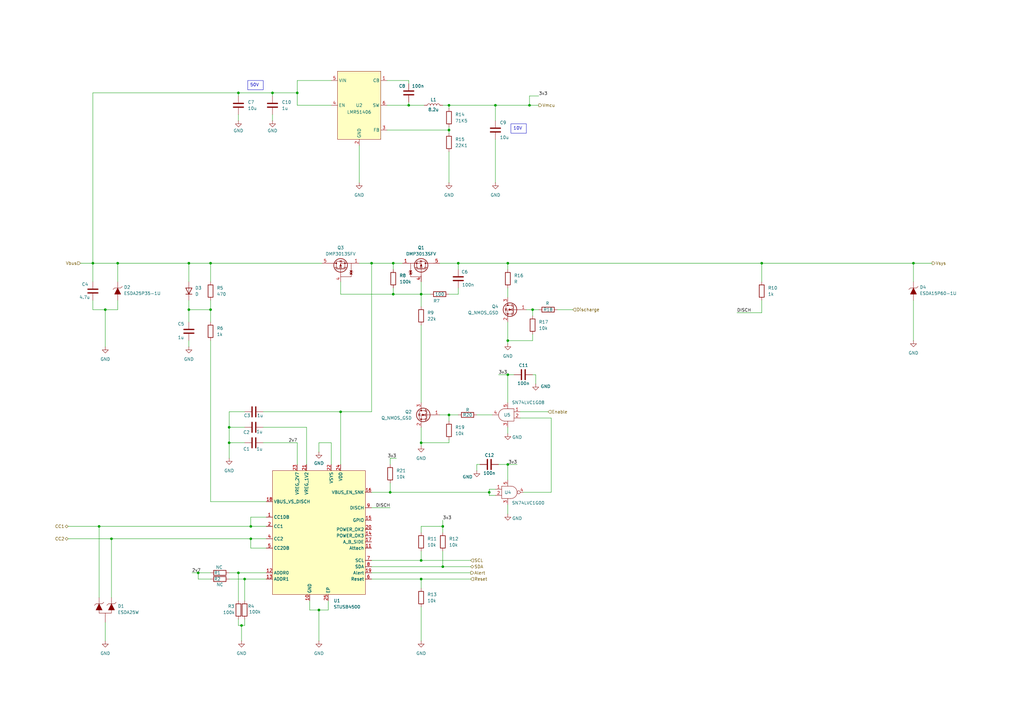
<source format=kicad_sch>
(kicad_sch (version 20250114) (generator "eeschema") (generator_version "9.0")
  (paper "A3")
  (lib_symbols
    (symbol "Device:C" (pin_numbers (hide yes)) (pin_names (offset 0.254))
      (property "Reference" "C" (at 0.635 2.54 0))
      (property "Value" "C" (at 0.635 -2.54 0))
      (symbol "C_0_1"
        (polyline (pts (xy -2.032 0.762) (xy 2.032 0.762)) (stroke (width 0.508)))
        (polyline (pts (xy -2.032 -0.762) (xy 2.032 -0.762)) (stroke (width 0.508)))
      )
      (symbol "C_1_1"
        (pin passive line (at 0 3.81 270) (length 2.794) (name "~") (number "1"))
        (pin passive line (at 0 -3.81 90) (length 2.794) (name "~") (number "2"))
      )
    )
    (symbol "Device:D" (pin_numbers (hide yes)) (pin_names (offset 1.016) (hide yes))
      (property "Reference" "D" (at 0 2.54 0))
      (property "Value" "D" (at 0 -2.54 0))
      (symbol "D_0_1"
        (polyline (pts (xy -1.27 1.27) (xy -1.27 -1.27)) (stroke (width 0.254)))
        (polyline (pts (xy 1.27 1.27) (xy 1.27 -1.27) (xy -1.27 0) (xy 1.27 1.27)) (stroke (width 0.254)))
        (polyline (pts (xy 1.27 0) (xy -1.27 0)))
      )
      (symbol "D_1_1"
        (pin passive line (at -3.81 0 0) (length 2.54) (name "K") (number "1"))
        (pin passive line (at 3.81 0 180) (length 2.54) (name "A") (number "2"))
      )
    )
    (symbol "Device:L" (pin_numbers (hide yes)) (pin_names (offset 1.016) (hide yes))
      (property "Reference" "L" (at -1.27 0 90))
      (property "Value" "L" (at 1.905 0 90))
      (symbol "L_0_1"
        (arc (start 0 2.54) (mid 0.6323 1.905) (end 0 1.27))
        (arc (start 0 1.27) (mid 0.6323 0.635) (end 0 0))
        (arc (start 0 0) (mid 0.6323 -0.635) (end 0 -1.27))
        (arc (start 0 -1.27) (mid 0.6323 -1.905) (end 0 -2.54))
      )
      (symbol "L_1_1"
        (pin passive line (at 0 3.81 270) (length 1.27) (name "1") (number "1"))
        (pin passive line (at 0 -3.81 90) (length 1.27) (name "2") (number "2"))
      )
    )
    (symbol "Device:Q_NMOS_GSD" (pin_names (offset 0) (hide yes))
      (property "Reference" "Q" (at 5.08 1.27 0))
      (property "Value" "Q_NMOS_GSD" (at 5.08 -1.27 0))
      (symbol "Q_NMOS_GSD_0_1"
        (polyline (pts (xy 0.254 1.905) (xy 0.254 -1.905)) (stroke (width 0.254)))
        (polyline (pts (xy 0.254 0) (xy -2.54 0)))
        (polyline (pts (xy 0.762 2.286) (xy 0.762 1.27)) (stroke (width 0.254)))
        (polyline (pts (xy 0.762 0.508) (xy 0.762 -0.508)) (stroke (width 0.254)))
        (polyline (pts (xy 0.762 -1.27) (xy 0.762 -2.286)) (stroke (width 0.254)))
        (polyline (pts (xy 0.762 -1.778) (xy 3.302 -1.778) (xy 3.302 1.778) (xy 0.762 1.778)))
        (polyline (pts (xy 1.016 0) (xy 2.032 0.381) (xy 2.032 -0.381) (xy 1.016 0)) (fill (type outline)))
        (circle (center 1.651 0) (radius 2.794) (stroke (width 0.254)))
        (polyline (pts (xy 2.54 2.54) (xy 2.54 1.778)))
        (circle (center 2.54 1.778) (radius 0.254) (fill (type outline)))
        (circle (center 2.54 -1.778) (radius 0.254) (fill (type outline)))
        (polyline (pts (xy 2.54 -2.54) (xy 2.54 0) (xy 0.762 0)))
        (polyline (pts (xy 2.794 0.508) (xy 2.921 0.381) (xy 3.683 0.381) (xy 3.81 0.254)))
        (polyline (pts (xy 3.302 0.381) (xy 2.921 -0.254) (xy 3.683 -0.254) (xy 3.302 0.381)))
      )
      (symbol "Q_NMOS_GSD_1_1"
        (pin input line (at -5.08 0 0) (length 2.54) (name "G") (number "1"))
        (pin passive line (at 2.54 5.08 270) (length 2.54) (name "D") (number "3"))
        (pin passive line (at 2.54 -5.08 90) (length 2.54) (name "S") (number "2"))
      )
    )
    (symbol "Device:R" (pin_numbers (hide yes)) (pin_names (offset 0))
      (property "Reference" "R" (at 2.032 0 90))
      (property "Value" "R" (at 0 0 90))
      (symbol "R_0_1"
        (rectangle (start -1.016 -2.54) (end 1.016 2.54) (stroke (width 0.254)))
      )
      (symbol "R_1_1"
        (pin passive line (at 0 3.81 270) (length 1.27) (name "~") (number "1"))
        (pin passive line (at 0 -3.81 90) (length 1.27) (name "~") (number "2"))
      )
    )
    (symbol "Pyllr_74xx:SN74LVC1G00"
      (property "Reference" "U" (at 0 0 0))
      (property "Value" "SN74LVC1G00" (at 8.382 -4.318 0))
      (symbol "SN74LVC1G00_0_1"
        (circle (center -4.445 0) (radius 0.635))
      )
      (symbol "SN74LVC1G00_1_1"
        (arc (start -1.27 -2.54) (mid -3.81 0) (end -1.27 2.54))
        (polyline (pts (xy -1.27 -2.54) (xy 2.54 -2.54) (xy 2.54 2.54) (xy -1.27 2.54)))
        (pin output line (at -6.35 0 0) (length 1.27) (name "~") (number "4"))
        (pin power_in line (at 0 5.08 270) (length 2.54) (name "~") (number "5"))
        (pin power_out line (at 0 -5.08 90) (length 2.54) (name "~") (number "3"))
        (pin input line (at 5.08 1.27 180) (length 2.54) (name "~") (number "1"))
        (pin input line (at 5.08 -1.27 180) (length 2.54) (name "~") (number "2"))
      )
    )
    (symbol "Pyllr_74xx:SN74LVC1G08"
      (property "Reference" "U" (at -0.254 0 0))
      (property "Value" "SN74LVC1G08" (at 8.382 -4.572 0))
      (symbol "SN74LVC1G08_1_1"
        (arc (start -1.27 -2.54) (mid -3.81 0) (end -1.27 2.54))
        (polyline (pts (xy -1.27 -2.54) (xy 2.54 -2.54) (xy 2.54 2.54) (xy -1.27 2.54)))
        (pin output line (at -6.35 0 0) (length 2.54) (name "~") (number "4"))
        (pin power_in line (at 0 5.08 270) (length 2.54) (name "~") (number "5"))
        (pin power_out line (at 0 -5.08 90) (length 2.54) (name "~") (number "3"))
        (pin input line (at 5.08 1.27 180) (length 2.54) (name "~") (number "1"))
        (pin input line (at 5.08 -1.27 180) (length 2.54) (name "~") (number "2"))
      )
    )
    (symbol "Pyllr_Converter_DCDC:LMR51406"
      (property "Reference" "U" (at 0 0 0))
      (property "Value" "LMR51406" (at 0 -2.286 0))
      (symbol "LMR51406_1_1"
        (rectangle (start -8.89 13.97) (end 8.89 -13.97) (fill (type background)))
        (pin power_in line (at -11.43 10.16 0) (length 2.54) (name "VIN") (number "5"))
        (pin input line (at -11.43 0 0) (length 2.54) (name "EN") (number "4"))
        (pin power_out line (at 0 -16.51 90) (length 2.54) (name "GND") (number "2"))
        (pin passive line (at 11.43 10.16 180) (length 2.54) (name "CB") (number "1"))
        (pin power_out line (at 11.43 0 180) (length 2.54) (name "SW") (number "6"))
        (pin passive line (at 11.43 -10.16 180) (length 2.54) (name "FB") (number "3"))
      )
    )
    (symbol "Pyllr_Interface_USB:STUSB4500QTR"
      (property "Reference" "U" (at 0.127 1.905 0))
      (property "Value" "STUSB4500" (at -0.127 -0.381 0))
      (symbol "STUSB4500QTR_1_1"
        (rectangle (start -19.05 25.4) (end 19.05 -25.4) (fill (type background)))
        (pin open_collector line (at -21.59 12.7 0) (length 2.54) (name "VBUS_VS_DISCH") (number "18"))
        (pin bidirectional line (at -21.59 6.35 0) (length 2.54) (name "CC1DB") (number "1"))
        (pin bidirectional line (at -21.59 2.54 0) (length 2.54) (name "CC1") (number "2"))
        (pin bidirectional line (at -21.59 -2.54 0) (length 2.54) (name "CC2") (number "4"))
        (pin bidirectional line (at -21.59 -6.35 0) (length 2.54) (name "CC2DB") (number "5"))
        (pin input line (at -21.59 -16.51 0) (length 2.54) (name "ADDR0") (number "12"))
        (pin input line (at -21.59 -19.05 0) (length 2.54) (name "ADDR1") (number "13"))
        (pin power_out line (at -8.89 27.94 270) (length 2.54) (name "VREG_2V7") (number "23"))
        (pin power_out line (at -5.08 27.94 270) (length 2.54) (name "VREG_1V2") (number "21"))
        (pin power_out line (at -3.81 -27.94 90) (length 2.54) (name "GND") (number "10"))
        (pin no_connect line (at 0 -27.94 90) (length 2.54) (hide yes) (name "NC") (number "3"))
        (pin power_out line (at 3.81 -27.94 90) (length 2.54) (name "EP") (number "25"))
        (pin power_in line (at 5.08 27.94 270) (length 2.54) (name "VSYS") (number "22"))
        (pin power_in line (at 8.89 27.94 270) (length 2.54) (name "VDD") (number "24"))
        (pin open_collector line (at 21.59 16.51 180) (length 2.54) (name "VBUS_EN_SNK") (number "16"))
        (pin open_collector line (at 21.59 10.16 180) (length 2.54) (name "DISCH") (number "9"))
        (pin output line (at 21.59 5.08 180) (length 2.54) (name "GPIO") (number "15"))
        (pin output line (at 21.59 1.27 180) (length 2.54) (name "POWER_OK2") (number "20"))
        (pin output line (at 21.59 -1.27 180) (length 2.54) (name "POWER_OK3") (number "14"))
        (pin output line (at 21.59 -3.81 180) (length 2.54) (name "A_B_SIDE") (number "17"))
        (pin output line (at 21.59 -6.35 180) (length 2.54) (name "Attach") (number "11"))
        (pin input line (at 21.59 -11.43 180) (length 2.54) (name "SCL") (number "7"))
        (pin bidirectional line (at 21.59 -13.97 180) (length 2.54) (name "SDA") (number "8"))
        (pin output line (at 21.59 -16.51 180) (length 2.54) (name "Alert") (number "19"))
        (pin input line (at 21.59 -19.05 180) (length 2.54) (name "Reset") (number "6"))
      )
    )
    (symbol "Pyllr_Power_Protection:ESDA25W" (pin_numbers (hide yes)) (pin_names (hide yes))
      (property "Reference" "D" (at 5.842 -0.127 0))
      (property "Value" "ESDA25W" (at 9.652 -2.286 0))
      (symbol "ESDA25W_0_1"
        (polyline (pts (xy 0 -2.54) (xy 0 -3.81)))
        (polyline (pts (xy 2.54 -1.27) (xy 2.54 -2.54) (xy -2.54 -2.54) (xy -2.54 -1.27)))
      )
      (symbol "ESDA25W_1_1"
        (polyline (pts (xy -3.81 -1.27) (xy -1.27 -1.27) (xy -2.54 1.27) (xy -3.81 -1.27)) (fill (type outline)))
        (polyline (pts (xy -2.54 1.27) (xy -3.81 1.27) (xy -4.445 0.635)))
        (polyline (pts (xy -2.54 1.27) (xy -1.27 1.27) (xy -0.635 1.905)))
        (polyline (pts (xy 1.27 -1.27) (xy 3.81 -1.27) (xy 2.54 1.27) (xy 1.27 -1.27)) (fill (type outline)))
        (polyline (pts (xy 2.54 1.27) (xy 1.27 1.27) (xy 0.635 0.635)))
        (polyline (pts (xy 2.54 1.27) (xy 3.81 1.27) (xy 4.445 1.905)))
        (pin passive line (at -2.54 3.81 270) (length 2.54) (name "~") (number "2"))
        (pin passive line (at 0 -6.35 90) (length 2.54) (name "~") (number "3"))
        (pin passive line (at 2.54 3.81 270) (length 2.54) (name "~") (number "1"))
      )
    )
    (symbol "Pyllr_Power_Protection:ESDAxxPxx-1U" (pin_numbers (hide yes)) (pin_names (hide yes))
      (property "Reference" "D" (at 3.683 1.27 0))
      (property "Value" "ESDAxxPxx-1U" (at 10.16 -1.143 0))
      (symbol "ESDAxxPxx-1U_1_1"
        (polyline (pts (xy -1.27 -1.27) (xy 1.27 -1.27) (xy 0 1.27) (xy -1.27 -1.27)) (fill (type outline)))
        (polyline (pts (xy 0 1.27) (xy -1.27 1.27) (xy -1.905 0.635)))
        (polyline (pts (xy 0 1.27) (xy 1.27 1.27) (xy 1.905 1.905)))
        (pin passive line (at 0 3.81 270) (length 2.54) (name "~") (number "1"))
        (pin passive line (at 0 -3.81 90) (length 2.54) (name "~") (number "2"))
      )
    )
    (symbol "Pyllr_Transistor_FET:DMP3013SFV"
      (property "Reference" "Q" (at 3.302 0.508 0))
      (property "Value" "DMP3013SFV" (at 8.89 -1.778 0))
      (symbol "DMP3013SFV_0_1"
        (polyline (pts (xy -2.286 1.905) (xy -2.286 -1.905)) (stroke (width 0.254)))
        (polyline (pts (xy -2.286 0) (xy -5.08 0)))
        (polyline (pts (xy -1.778 2.286) (xy -1.778 1.27)) (stroke (width 0.254)))
        (polyline (pts (xy -1.778 1.778) (xy 0.762 1.778) (xy 0.762 -1.778) (xy -1.778 -1.778)))
        (polyline (pts (xy -1.778 0.508) (xy -1.778 -0.508)) (stroke (width 0.254)))
        (polyline (pts (xy -1.778 -1.27) (xy -1.778 -2.286)) (stroke (width 0.254)))
        (circle (center -0.889 0) (radius 2.794) (stroke (width 0.254)))
        (polyline (pts (xy -0.254 0) (xy -1.27 0.381) (xy -1.27 -0.381) (xy -0.254 0)) (fill (type outline)))
        (polyline (pts (xy 0 5.08) (xy 0 1.905)))
        (polyline (pts (xy 0 2.54) (xy 0 1.778)))
        (circle (center 0 1.778) (radius 0.254) (fill (type outline)))
        (circle (center 0 -1.778) (radius 0.254) (fill (type outline)))
        (polyline (pts (xy 0 -1.905) (xy 0 -5.08)))
        (polyline (pts (xy 0 -2.54) (xy 0 0) (xy -1.778 0)))
        (polyline (pts (xy 0.254 -0.508) (xy 0.381 -0.381) (xy 1.143 -0.381) (xy 1.27 -0.254)))
        (polyline (pts (xy 0.762 -0.381) (xy 0.381 0.254) (xy 1.143 0.254) (xy 0.762 -0.381)))
      )
      (symbol "DMP3013SFV_1_1"
        (polyline (pts (xy -4.572 -4.318) (xy -5.588 -4.318) (xy -5.588 0)))
        (polyline (pts (xy -3.81 -4.318) (xy -3.81 -3.81) (xy -4.064 -3.556)))
        (polyline (pts (xy -3.81 -4.318) (xy -3.81 -4.826) (xy -3.556 -5.08)))
        (polyline (pts (xy -3.81 -4.318) (xy -4.572 -3.81) (xy -4.572 -4.826) (xy -3.81 -4.318)) (fill (type outline)))
        (polyline (pts (xy -3.81 -4.318) (xy -3.048 -4.826) (xy -3.048 -3.81) (xy -3.81 -4.318)) (fill (type outline)))
        (polyline (pts (xy -3.048 -4.318) (xy 0 -4.318)))
        (pin input line (at -7.62 0 0) (length 2.54) (name "~") (number "4"))
        (pin passive line (at 0 7.62 270) (length 2.54) (name "~") (number "5"))
        (pin passive line (at 0 -7.62 90) (length 2.54) (name "~") (number "1"))
        (pin passive line (at 0 -7.62 90) (length 2.54) (hide yes) (name "~") (number "2"))
        (pin passive line (at 0 -7.62 90) (length 2.54) (hide yes) (name "~") (number "3"))
      )
    )
    (symbol "power:GND" (power) (pin_numbers (hide yes)) (pin_names (offset 0) (hide yes))
      (property "Value" "GND" (at 0 -3.81 0))
      (symbol "GND_0_1"
        (polyline (pts (xy 0 0) (xy 0 -1.27) (xy 1.27 -1.27) (xy 0 -2.54) (xy -1.27 -1.27) (xy 0 -1.27)))
      )
      (symbol "GND_1_1"
        (pin power_in line (at 0 0 270) (length 0) (name "~") (number "1"))
      )
    )
  )
  (text_box "10V" (at 209.55 50.8 0) (size 6.35 3.81) (margins 0.9525 0.9525 0.9525 0.9525) (effects (font (size 1.27 1.27)) (justify left top)))
  (text_box "50V\n" (at 101.6 33.02 0) (size 6.35 3.81) (margins 0.9525 0.9525 0.9525 0.9525) (effects (font (size 1.27 1.27)) (justify left top)))
  (junction (at 86.36 127))
  (junction (at 208.28 153.67))
  (junction (at 48.26 107.95))
  (junction (at 93.98 181.61))
  (junction (at 187.96 107.95))
  (junction (at 181.61 232.41))
  (junction (at 161.29 107.95))
  (junction (at 167.64 43.18))
  (junction (at 111.76 38.1))
  (junction (at 40.64 215.9))
  (junction (at 152.4 107.95))
  (junction (at 218.44 127))
  (junction (at 38.1 107.95))
  (junction (at 100.33 237.49))
  (junction (at 172.72 237.49))
  (junction (at 93.98 175.26))
  (junction (at 139.7 168.91))
  (junction (at 217.17 43.18))
  (junction (at 81.28 234.95))
  (junction (at 208.28 107.95))
  (junction (at 208.28 139.7))
  (junction (at 77.47 127))
  (junction (at 97.79 38.1))
  (junction (at 130.81 250.19))
  (junction (at 121.92 38.1))
  (junction (at 181.61 215.9))
  (junction (at 172.72 229.87))
  (junction (at 86.36 107.95))
  (junction (at 203.2 43.18))
  (junction (at 184.15 43.18))
  (junction (at 45.72 220.98))
  (junction (at 77.47 107.95))
  (junction (at 184.15 53.34))
  (junction (at 184.15 170.18))
  (junction (at 200.66 201.93))
  (junction (at 312.42 107.95))
  (junction (at 172.72 120.65))
  (junction (at 102.87 220.98))
  (junction (at 160.02 201.93))
  (junction (at 208.28 190.5))
  (junction (at 43.18 127))
  (junction (at 161.29 120.65))
  (junction (at 172.72 181.61))
  (junction (at 99.06 256.54))
  (junction (at 374.65 107.95))
  (junction (at 102.87 215.9))
  (junction (at 97.79 234.95))
  (wire (pts (xy 152.4 237.49) (xy 172.72 237.49)))
  (wire (pts (xy 374.65 123.19) (xy 374.65 139.7)))
  (wire (pts (xy 218.44 127) (xy 218.44 129.54)))
  (wire (pts (xy 200.66 203.2) (xy 203.2 203.2)))
  (wire (pts (xy 77.47 107.95) (xy 77.47 115.57)))
  (wire (pts (xy 93.98 168.91) (xy 93.98 175.26)))
  (wire (pts (xy 172.72 120.65) (xy 172.72 125.73)))
  (wire (pts (xy 121.92 38.1) (xy 111.76 38.1)))
  (wire (pts (xy 217.17 39.37) (xy 220.98 39.37)))
  (wire (pts (xy 147.32 59.69) (xy 147.32 74.93)))
  (wire (pts (xy 40.64 215.9) (xy 40.64 245.11)))
  (wire (pts (xy 312.42 107.95) (xy 312.42 115.57)))
  (wire (pts (xy 48.26 107.95) (xy 77.47 107.95)))
  (wire (pts (xy 77.47 127) (xy 86.36 127)))
  (wire (pts (xy 111.76 46.99) (xy 111.76 49.53)))
  (wire (pts (xy 121.92 38.1) (xy 121.92 43.18)))
  (wire (pts (xy 172.72 181.61) (xy 184.15 181.61)))
  (wire (pts (xy 203.2 43.18) (xy 203.2 49.53)))
  (wire (pts (xy 135.89 181.61) (xy 130.81 181.61)))
  (wire (pts (xy 86.36 139.7) (xy 86.36 205.74)))
  (wire (pts (xy 213.36 171.45) (xy 226.06 171.45)))
  (wire (pts (xy 172.72 181.61) (xy 172.72 182.88)))
  (wire (pts (xy 158.75 33.02) (xy 167.64 33.02)))
  (wire (pts (xy 48.26 107.95) (xy 48.26 115.57)))
  (wire (pts (xy 217.17 43.18) (xy 220.98 43.18)))
  (wire (pts (xy 130.81 250.19) (xy 134.62 250.19)))
  (wire (pts (xy 172.72 237.49) (xy 193.04 237.49)))
  (wire (pts (xy 195.58 170.18) (xy 201.93 170.18)))
  (wire (pts (xy 204.47 153.67) (xy 208.28 153.67)))
  (wire (pts (xy 111.76 38.1) (xy 97.79 38.1)))
  (wire (pts (xy 208.28 153.67) (xy 208.28 165.1)))
  (wire (pts (xy 130.81 262.89) (xy 130.81 250.19)))
  (wire (pts (xy 152.4 232.41) (xy 181.61 232.41)))
  (wire (pts (xy 184.15 43.18) (xy 203.2 43.18)))
  (wire (pts (xy 160.02 198.12) (xy 160.02 201.93)))
  (wire (pts (xy 195.58 190.5) (xy 196.85 190.5)))
  (wire (pts (xy 109.22 220.98) (xy 102.87 220.98)))
  (wire (pts (xy 27.94 215.9) (xy 40.64 215.9)))
  (wire (pts (xy 135.89 190.5) (xy 135.89 181.61)))
  (wire (pts (xy 102.87 215.9) (xy 102.87 212.09)))
  (wire (pts (xy 180.34 107.95) (xy 187.96 107.95)))
  (wire (pts (xy 195.58 193.04) (xy 195.58 190.5)))
  (wire (pts (xy 125.73 175.26) (xy 125.73 190.5)))
  (wire (pts (xy 218.44 127) (xy 220.98 127)))
  (wire (pts (xy 130.81 250.19) (xy 127 250.19)))
  (wire (pts (xy 152.4 107.95) (xy 161.29 107.95)))
  (wire (pts (xy 184.15 43.18) (xy 184.15 44.45)))
  (wire (pts (xy 99.06 256.54) (xy 100.33 256.54)))
  (wire (pts (xy 121.92 43.18) (xy 135.89 43.18)))
  (wire (pts (xy 38.1 127) (xy 43.18 127)))
  (wire (pts (xy 97.79 38.1) (xy 97.79 39.37)))
  (wire (pts (xy 38.1 107.95) (xy 48.26 107.95)))
  (wire (pts (xy 172.72 133.35) (xy 172.72 165.1)))
  (wire (pts (xy 77.47 107.95) (xy 86.36 107.95)))
  (wire (pts (xy 184.15 52.07) (xy 184.15 53.34)))
  (wire (pts (xy 312.42 107.95) (xy 374.65 107.95)))
  (wire (pts (xy 312.42 123.19) (xy 312.42 128.27)))
  (wire (pts (xy 127 250.19) (xy 127 246.38)))
  (wire (pts (xy 215.9 127) (xy 218.44 127)))
  (wire (pts (xy 187.96 118.11) (xy 187.96 120.65)))
  (wire (pts (xy 38.1 107.95) (xy 38.1 115.57)))
  (wire (pts (xy 93.98 175.26) (xy 93.98 181.61)))
  (wire (pts (xy 38.1 38.1) (xy 97.79 38.1)))
  (wire (pts (xy 184.15 170.18) (xy 187.96 170.18)))
  (wire (pts (xy 130.81 181.61) (xy 130.81 185.42)))
  (wire (pts (xy 200.66 201.93) (xy 200.66 203.2)))
  (wire (pts (xy 81.28 237.49) (xy 86.36 237.49)))
  (wire (pts (xy 152.4 208.28) (xy 160.02 208.28)))
  (wire (pts (xy 208.28 139.7) (xy 208.28 140.97)))
  (wire (pts (xy 134.62 250.19) (xy 134.62 246.38)))
  (wire (pts (xy 226.06 171.45) (xy 226.06 201.93)))
  (wire (pts (xy 100.33 256.54) (xy 100.33 254)))
  (wire (pts (xy 181.61 232.41) (xy 181.61 226.06)))
  (wire (pts (xy 210.82 153.67) (xy 208.28 153.67)))
  (wire (pts (xy 139.7 120.65) (xy 161.29 120.65)))
  (wire (pts (xy 161.29 107.95) (xy 161.29 110.49)))
  (wire (pts (xy 172.72 215.9) (xy 172.72 218.44)))
  (wire (pts (xy 158.75 53.34) (xy 184.15 53.34)))
  (wire (pts (xy 181.61 215.9) (xy 181.61 218.44)))
  (wire (pts (xy 184.15 62.23) (xy 184.15 74.93)))
  (wire (pts (xy 97.79 46.99) (xy 97.79 49.53)))
  (wire (pts (xy 77.47 123.19) (xy 77.47 127)))
  (wire (pts (xy 81.28 234.95) (xy 86.36 234.95)))
  (wire (pts (xy 172.72 175.26) (xy 172.72 181.61)))
  (wire (pts (xy 181.61 43.18) (xy 184.15 43.18)))
  (wire (pts (xy 184.15 180.34) (xy 184.15 181.61)))
  (wire (pts (xy 107.95 168.91) (xy 139.7 168.91)))
  (wire (pts (xy 208.28 190.5) (xy 208.28 196.85)))
  (wire (pts (xy 152.4 168.91) (xy 152.4 107.95)))
  (wire (pts (xy 147.32 107.95) (xy 152.4 107.95)))
  (wire (pts (xy 93.98 237.49) (xy 100.33 237.49)))
  (wire (pts (xy 86.36 127) (xy 86.36 132.08)))
  (wire (pts (xy 102.87 220.98) (xy 102.87 224.79)))
  (wire (pts (xy 172.72 120.65) (xy 172.72 115.57)))
  (wire (pts (xy 86.36 205.74) (xy 109.22 205.74)))
  (wire (pts (xy 187.96 107.95) (xy 208.28 107.95)))
  (wire (pts (xy 187.96 120.65) (xy 184.15 120.65)))
  (wire (pts (xy 208.28 107.95) (xy 312.42 107.95)))
  (wire (pts (xy 152.4 201.93) (xy 160.02 201.93)))
  (wire (pts (xy 97.79 256.54) (xy 99.06 256.54)))
  (wire (pts (xy 97.79 254) (xy 97.79 256.54)))
  (wire (pts (xy 107.95 181.61) (xy 121.92 181.61)))
  (wire (pts (xy 109.22 215.9) (xy 102.87 215.9)))
  (wire (pts (xy 86.36 107.95) (xy 132.08 107.95)))
  (wire (pts (xy 121.92 33.02) (xy 121.92 38.1)))
  (wire (pts (xy 45.72 220.98) (xy 45.72 245.11)))
  (wire (pts (xy 203.2 57.15) (xy 203.2 74.93)))
  (wire (pts (xy 200.66 200.66) (xy 203.2 200.66)))
  (wire (pts (xy 97.79 234.95) (xy 97.79 246.38)))
  (wire (pts (xy 208.28 132.08) (xy 208.28 139.7)))
  (wire (pts (xy 214.63 201.93) (xy 226.06 201.93)))
  (wire (pts (xy 78.74 234.95) (xy 81.28 234.95)))
  (wire (pts (xy 172.72 229.87) (xy 193.04 229.87)))
  (wire (pts (xy 208.28 107.95) (xy 208.28 110.49)))
  (wire (pts (xy 374.65 107.95) (xy 374.65 115.57)))
  (wire (pts (xy 161.29 118.11) (xy 161.29 120.65)))
  (wire (pts (xy 33.02 107.95) (xy 38.1 107.95)))
  (wire (pts (xy 77.47 127) (xy 77.47 132.08)))
  (wire (pts (xy 208.28 190.5) (xy 212.09 190.5)))
  (wire (pts (xy 208.28 175.26) (xy 208.28 177.8)))
  (wire (pts (xy 181.61 232.41) (xy 193.04 232.41)))
  (wire (pts (xy 100.33 237.49) (xy 100.33 246.38)))
  (wire (pts (xy 160.02 187.96) (xy 162.56 187.96)))
  (wire (pts (xy 27.94 220.98) (xy 45.72 220.98)))
  (wire (pts (xy 102.87 212.09) (xy 109.22 212.09)))
  (wire (pts (xy 203.2 43.18) (xy 217.17 43.18)))
  (wire (pts (xy 97.79 234.95) (xy 109.22 234.95)))
  (wire (pts (xy 139.7 168.91) (xy 152.4 168.91)))
  (wire (pts (xy 218.44 139.7) (xy 208.28 139.7)))
  (wire (pts (xy 77.47 139.7) (xy 77.47 142.24)))
  (wire (pts (xy 102.87 224.79) (xy 109.22 224.79)))
  (wire (pts (xy 374.65 107.95) (xy 382.27 107.95)))
  (wire (pts (xy 204.47 190.5) (xy 208.28 190.5)))
  (wire (pts (xy 167.64 33.02) (xy 167.64 34.29)))
  (wire (pts (xy 181.61 215.9) (xy 172.72 215.9)))
  (wire (pts (xy 81.28 234.95) (xy 81.28 237.49)))
  (wire (pts (xy 38.1 38.1) (xy 38.1 107.95)))
  (wire (pts (xy 218.44 153.67) (xy 219.71 153.67)))
  (wire (pts (xy 181.61 213.36) (xy 181.61 215.9)))
  (wire (pts (xy 158.75 43.18) (xy 167.64 43.18)))
  (wire (pts (xy 208.28 118.11) (xy 208.28 121.92)))
  (wire (pts (xy 218.44 137.16) (xy 218.44 139.7)))
  (wire (pts (xy 45.72 220.98) (xy 102.87 220.98)))
  (wire (pts (xy 139.7 168.91) (xy 139.7 190.5)))
  (wire (pts (xy 172.72 229.87) (xy 172.72 226.06)))
  (wire (pts (xy 38.1 123.19) (xy 38.1 127)))
  (wire (pts (xy 184.15 53.34) (xy 184.15 54.61)))
  (wire (pts (xy 139.7 120.65) (xy 139.7 115.57)))
  (wire (pts (xy 99.06 256.54) (xy 99.06 262.89)))
  (wire (pts (xy 100.33 181.61) (xy 93.98 181.61)))
  (wire (pts (xy 152.4 234.95) (xy 193.04 234.95)))
  (wire (pts (xy 172.72 237.49) (xy 172.72 241.3)))
  (wire (pts (xy 187.96 107.95) (xy 187.96 110.49)))
  (wire (pts (xy 86.36 123.19) (xy 86.36 127)))
  (wire (pts (xy 160.02 190.5) (xy 160.02 187.96)))
  (wire (pts (xy 43.18 127) (xy 43.18 142.24)))
  (wire (pts (xy 161.29 120.65) (xy 172.72 120.65)))
  (wire (pts (xy 40.64 215.9) (xy 102.87 215.9)))
  (wire (pts (xy 200.66 200.66) (xy 200.66 201.93)))
  (wire (pts (xy 213.36 168.91) (xy 224.79 168.91)))
  (wire (pts (xy 100.33 168.91) (xy 93.98 168.91)))
  (wire (pts (xy 217.17 43.18) (xy 217.17 39.37)))
  (wire (pts (xy 43.18 255.27) (xy 43.18 262.89)))
  (wire (pts (xy 93.98 181.61) (xy 93.98 187.96)))
  (wire (pts (xy 167.64 41.91) (xy 167.64 43.18)))
  (wire (pts (xy 93.98 234.95) (xy 97.79 234.95)))
  (wire (pts (xy 219.71 153.67) (xy 219.71 157.48)))
  (wire (pts (xy 172.72 248.92) (xy 172.72 262.89)))
  (wire (pts (xy 48.26 123.19) (xy 48.26 127)))
  (wire (pts (xy 86.36 107.95) (xy 86.36 115.57)))
  (wire (pts (xy 152.4 229.87) (xy 172.72 229.87)))
  (wire (pts (xy 208.28 207.01) (xy 208.28 210.82)))
  (wire (pts (xy 100.33 237.49) (xy 109.22 237.49)))
  (wire (pts (xy 111.76 38.1) (xy 111.76 39.37)))
  (wire (pts (xy 161.29 107.95) (xy 165.1 107.95)))
  (wire (pts (xy 302.26 128.27) (xy 312.42 128.27)))
  (wire (pts (xy 184.15 170.18) (xy 184.15 172.72)))
  (wire (pts (xy 180.34 170.18) (xy 184.15 170.18)))
  (wire (pts (xy 43.18 127) (xy 48.26 127)))
  (wire (pts (xy 121.92 33.02) (xy 135.89 33.02)))
  (wire (pts (xy 172.72 120.65) (xy 176.53 120.65)))
  (wire (pts (xy 228.6 127) (xy 234.95 127)))
  (wire (pts (xy 167.64 43.18) (xy 173.99 43.18)))
  (wire (pts (xy 121.92 181.61) (xy 121.92 190.5)))
  (wire (pts (xy 160.02 201.93) (xy 200.66 201.93)))
  (wire (pts (xy 107.95 175.26) (xy 125.73 175.26)))
  (wire (pts (xy 100.33 175.26) (xy 93.98 175.26)))
  (label "3v3" (at 204.47 153.67 0))
  (label "3v3" (at 212.09 190.5 180))
  (label "3v3" (at 162.56 187.96 180))
  (label "2v7" (at 78.74 234.95 0))
  (label "3v3" (at 220.98 39.37 0))
  (label "DISCH" (at 302.26 128.27 0))
  (label "2v7" (at 121.92 181.61 180))
  (label "3v3" (at 181.61 213.36 0))
  (label "DISCH" (at 160.02 208.28 180))
  (hierarchical_label "SCL" (shape input) (at 193.04 229.87 0))
  (hierarchical_label "CC2" (shape bidirectional) (at 27.94 220.98 180))
  (hierarchical_label "CC1" (shape bidirectional) (at 27.94 215.9 180))
  (hierarchical_label "Vsys" (shape output) (at 382.27 107.95 0))
  (hierarchical_label "Vmcu" (shape output) (at 220.98 43.18 0))
  (hierarchical_label "Alert" (shape output) (at 193.04 234.95 0))
  (hierarchical_label "SDA" (shape bidirectional) (at 193.04 232.41 0))
  (hierarchical_label "Enable" (shape input) (at 224.79 168.91 0))
  (hierarchical_label "Vbus" (shape input) (at 33.02 107.95 180))
  (hierarchical_label "Discharge" (shape input) (at 234.95 127 0))
  (hierarchical_label "Reset" (shape input) (at 193.04 237.49 0))
  (symbol (lib_id "Device:C") (at 200.66 190.5 90) (unit 1)
    (property "Reference" "C12" (at 202.6919 186.69 90) (effects (justify left)))
    (property "Value" "100n" (at 203.1999 194.056 90) (effects (justify left)))
    (property "Footprint" "Capacitor_SMD:C_0603_1608Metric" (effects (hide yes)))
    (property "Description" "Unpolarized capacitor" (effects (hide yes)))
  )
  (symbol (lib_id "Device:R") (at 184.15 48.26 0) (unit 1)
    (property "Reference" "R14" (at 186.69 46.9899 0) (effects (justify left)))
    (property "Value" "71K5" (at 186.69 49.5299 0) (effects (justify left)))
    (property "Footprint" "Resistor_SMD:R_0603_1608Metric" (effects (hide yes)))
    (property "Description" "Resistor" (effects (hide yes)))
  )
  (symbol (lib_id "power:GND") (at 43.18 142.24 0) (unit 1)
    (property "Reference" "#PWR08" (effects (hide yes)))
    (property "Value" "GND" (at 43.18 147.32 0))
    (property "Description" "Power symbol creates a global label with name \"GND\" , ground" (effects (hide yes)))
  )
  (symbol (lib_id "Device:C") (at 77.47 135.89 0) (unit 1)
    (property "Reference" "C5" (at 72.898 132.8419 0) (effects (justify left)))
    (property "Value" "1u" (at 72.898 138.4299 0) (effects (justify left)))
    (property "Footprint" "Capacitor_SMD:C_0603_1608Metric" (effects (hide yes)))
    (property "Description" "Unpolarized capacitor" (effects (hide yes)))
  )
  (symbol (lib_id "Device:R") (at 208.28 114.3 0) (unit 1)
    (property "Reference" "R16" (at 210.82 113.0299 0) (effects (justify left)))
    (property "Value" "R" (at 210.82 115.5699 0) (effects (justify left)))
    (property "Footprint" "Resistor_SMD:R_0603_1608Metric" (effects (hide yes)))
    (property "Description" "Resistor" (effects (hide yes)))
  )
  (symbol (lib_id "Pyllr_Power_Protection:ESDAxxPxx-1U") (at 374.65 119.38 0) (unit 1)
    (property "Reference" "D4" (at 377.19 117.7924 0) (effects (justify left)))
    (property "Value" "ESDA15P60-1U" (at 377.19 120.3324 0) (effects (justify left)))
    (property "Footprint" "Pyllr_Package_DFN_QFN:QFN-2L" (effects (hide yes)))
    (property "Datasheet" "https://www.st.com/resource/en/datasheet/esda7p60-1u1m.pdf" (effects (hide yes)))
  )
  (symbol (lib_id "Device:C") (at 203.2 53.34 0) (unit 1)
    (property "Reference" "C9" (at 204.978 50.2919 0) (effects (justify left)))
    (property "Value" "10u" (at 204.978 56.3879 0) (effects (justify left)))
    (property "Footprint" "Capacitor_SMD:C_1210_3225Metric" (effects (hide yes)))
    (property "Description" "Unpolarized capacitor" (effects (hide yes)))
  )
  (symbol (lib_id "Device:C") (at 167.64 38.1 0) (unit 1)
    (property "Reference" "C8" (at 163.576 35.3059 0) (effects (justify left)))
    (property "Value" "100n" (at 168.91 35.3059 0) (effects (justify left)))
    (property "Footprint" "Capacitor_SMD:C_0603_1608Metric" (effects (hide yes)))
    (property "Description" "Unpolarized capacitor" (effects (hide yes)))
  )
  (symbol (lib_id "power:GND") (at 184.15 74.93 0) (unit 1)
    (property "Reference" "#PWR014" (effects (hide yes)))
    (property "Value" "GND" (at 184.15 80.01 0))
    (property "Description" "Power symbol creates a global label with name \"GND\" , ground" (effects (hide yes)))
  )
  (symbol (lib_id "power:GND") (at 208.28 177.8 0) (unit 1)
    (property "Reference" "#PWR016" (effects (hide yes)))
    (property "Value" "GND" (at 212.09 179.324 0))
    (property "Description" "Power symbol creates a global label with name \"GND\" , ground" (effects (hide yes)))
  )
  (symbol (lib_id "Device:C") (at 214.63 153.67 90) (unit 1)
    (property "Reference" "C11" (at 216.6619 149.86 90) (effects (justify left)))
    (property "Value" "100n" (at 217.1699 157.226 90) (effects (justify left)))
    (property "Footprint" "Capacitor_SMD:C_0603_1608Metric" (effects (hide yes)))
    (property "Description" "Unpolarized capacitor" (effects (hide yes)))
  )
  (symbol (lib_id "Device:R") (at 86.36 119.38 0) (unit 1)
    (property "Reference" "R5" (at 88.9 118.1099 0) (effects (justify left)))
    (property "Value" "470" (at 88.9 120.6499 0) (effects (justify left)))
    (property "Footprint" "Resistor_SMD:R_0603_1608Metric" (effects (hide yes)))
    (property "Description" "Resistor" (effects (hide yes)))
  )
  (symbol (lib_id "Device:C") (at 187.96 114.3 180) (unit 1)
    (property "Reference" "C6" (at 189.23 111.5059 0) (effects (justify right)))
    (property "Value" "100n" (at 189.484 116.8399 0) (effects (justify right)))
    (property "Footprint" "Capacitor_SMD:C_0603_1608Metric" (effects (hide yes)))
    (property "Description" "Unpolarized capacitor" (effects (hide yes)))
  )
  (symbol (lib_id "Pyllr_Interface_USB:STUSB4500QTR") (at 130.81 218.44 0) (unit 1)
    (property "Reference" "U1" (at 136.8141 246.38 0) (effects (justify left)))
    (property "Value" "STUSB4500" (at 136.8141 248.92 0) (effects (justify left)))
    (property "Footprint" "Pyllr_Package_DFN_QFN:QFN-24_1EP_3.95x3.95mm_P0.5mm_2.55x2.55mm" (effects (hide yes)))
    (property "Datasheet" "https://www.st.com/resource/en/datasheet/stusb4500.pdf" (effects (hide yes)))
  )
  (symbol (lib_id "Pyllr_Transistor_FET:DMP3013SFV") (at 139.7 107.95 90) (unit 1)
    (property "Reference" "Q3" (at 139.7 101.6 90))
    (property "Value" "DMP3013SFV" (at 139.7 104.14 90))
    (property "Footprint" "Pyllr_Package_SON:PowerDI3333-8-UX" (effects (hide yes)))
    (property "Datasheet" "https://nl.mouser.com/datasheet/2/115/DIOD_S_A0008513542_1-2543083.pdf" (effects (hide yes)))
  )
  (symbol (lib_id "power:GND") (at 195.58 193.04 0) (unit 1)
    (property "Reference" "#PWR019" (effects (hide yes)))
    (property "Value" "GND" (at 191.77 195.58 0))
    (property "Description" "Power symbol creates a global label with name \"GND\" , ground" (effects (hide yes)))
  )
  (symbol (lib_id "Pyllr_Converter_DCDC:LMR51406") (at 147.32 43.18 0) (unit 1)
    (property "Reference" "U2" (at 147.32 43.18 0))
    (property "Value" "LMR51406" (at 147.32 45.974 0))
    (property "Footprint" "Pyllr_Package_TO_SOT_SMD:SOT23-6_2.6W" (effects (hide yes)))
    (property "Datasheet" "https://www.ti.com/lit/ds/symlink/lmr51410.pdf?ts=1733317184428&ref_url=https%253A%252F%252Fwww.ti.com%252Fproduct%252FLMR51410" (effects (hide yes)))
  )
  (symbol (lib_id "Device:C") (at 111.76 43.18 0) (unit 1)
    (property "Reference" "C10" (at 115.57 41.9099 0) (effects (justify left)))
    (property "Value" "1u" (at 115.57 44.4499 0) (effects (justify left)))
    (property "Footprint" "Capacitor_SMD:C_0603_1608Metric" (effects (hide yes)))
    (property "Description" "Unpolarized capacitor" (effects (hide yes)))
  )
  (symbol (lib_id "Device:C") (at 104.14 168.91 270) (unit 1)
    (property "Reference" "C3" (at 101.346 170.434 90))
    (property "Value" "1u" (at 106.68 170.434 90))
    (property "Footprint" "Capacitor_SMD:C_0603_1608Metric" (effects (hide yes)))
    (property "Description" "Unpolarized capacitor" (effects (hide yes)))
  )
  (symbol (lib_id "Device:D") (at 77.47 119.38 90) (unit 1)
    (property "Reference" "D3" (at 80.01 118.1099 90) (effects (justify right)))
    (property "Value" "D" (at 80.01 120.6499 90) (effects (justify right)))
    (property "Footprint" "Diode_SMD:D_SOD-323" (effects (hide yes)))
    (property "Description" "Diode" (effects (hide yes)))
    (property "Sim.Device" "D" (effects (hide yes)))
    (property "Sim.Pins" "1=K 2=A" (effects (hide yes)))
  )
  (symbol (lib_id "Device:R") (at 172.72 222.25 0) (unit 1)
    (property "Reference" "R11" (at 175.26 220.9799 0) (effects (justify left)))
    (property "Value" "10k" (at 175.26 223.5199 0) (effects (justify left)))
    (property "Footprint" "Resistor_SMD:R_0603_1608Metric" (effects (hide yes)))
    (property "Description" "Resistor" (effects (hide yes)))
  )
  (symbol (lib_id "Device:R") (at 224.79 127 90) (unit 1)
    (property "Reference" "R18" (at 224.79 127 90))
    (property "Value" "R" (at 224.536 124.46 90))
    (property "Footprint" "Resistor_SMD:R_0603_1608Metric" (effects (hide yes)))
    (property "Description" "Resistor" (effects (hide yes)))
  )
  (symbol (lib_id "Device:R") (at 181.61 222.25 0) (unit 1)
    (property "Reference" "R12" (at 184.15 220.9799 0) (effects (justify left)))
    (property "Value" "10k" (at 184.15 223.5199 0) (effects (justify left)))
    (property "Footprint" "Resistor_SMD:R_0603_1608Metric" (effects (hide yes)))
    (property "Description" "Resistor" (effects (hide yes)))
  )
  (symbol (lib_id "power:GND") (at 208.28 140.97 0) (unit 1)
    (property "Reference" "#PWR06" (effects (hide yes)))
    (property "Value" "GND" (at 208.28 146.05 0))
    (property "Description" "Power symbol creates a global label with name \"GND\" , ground" (effects (hide yes)))
  )
  (symbol (lib_id "Device:C") (at 104.14 175.26 270) (unit 1)
    (property "Reference" "C2" (at 101.092 177.292 90))
    (property "Value" "1u" (at 106.426 177.038 90))
    (property "Footprint" "Capacitor_SMD:C_0603_1608Metric" (effects (hide yes)))
    (property "Description" "Unpolarized capacitor" (effects (hide yes)))
  )
  (symbol (lib_id "power:GND") (at 172.72 182.88 0) (unit 1)
    (property "Reference" "#PWR015" (effects (hide yes)))
    (property "Value" "GND" (at 172.72 187.96 0))
    (property "Description" "Power symbol creates a global label with name \"GND\" , ground" (effects (hide yes)))
  )
  (symbol (lib_id "power:GND") (at 93.98 187.96 0) (unit 1)
    (property "Reference" "#PWR05" (effects (hide yes)))
    (property "Value" "GND" (at 93.98 193.04 0))
    (property "Description" "Power symbol creates a global label with name \"GND\" , ground" (effects (hide yes)))
  )
  (symbol (lib_id "Device:R") (at 90.17 237.49 90) (unit 1)
    (property "Reference" "R2" (at 89.154 237.49 90))
    (property "Value" "NC" (at 90.17 239.776 90))
    (property "Footprint" "Resistor_SMD:R_0603_1608Metric" (effects (hide yes)))
    (property "Description" "Resistor" (effects (hide yes)))
  )
  (symbol (lib_id "Device:R") (at 97.79 250.19 180) (unit 1)
    (property "Reference" "R3" (at 93.472 248.6659 0) (effects (justify right)))
    (property "Value" "100k" (at 91.44 251.2059 0) (effects (justify right)))
    (property "Footprint" "Resistor_SMD:R_0603_1608Metric" (effects (hide yes)))
    (property "Description" "Resistor" (effects (hide yes)))
  )
  (symbol (lib_id "power:GND") (at 172.72 262.89 0) (unit 1)
    (property "Reference" "#PWR011" (effects (hide yes)))
    (property "Value" "GND" (at 172.72 267.97 0))
    (property "Description" "Power symbol creates a global label with name \"GND\" , ground" (effects (hide yes)))
  )
  (symbol (lib_id "power:GND") (at 77.47 142.24 0) (unit 1)
    (property "Reference" "#PWR09" (effects (hide yes)))
    (property "Value" "GND" (at 77.47 147.32 0))
    (property "Description" "Power symbol creates a global label with name \"GND\" , ground" (effects (hide yes)))
  )
  (symbol (lib_id "Device:R") (at 184.15 176.53 0) (unit 1)
    (property "Reference" "R19" (at 186.69 175.2599 0) (effects (justify left)))
    (property "Value" "10k" (at 186.69 177.7999 0) (effects (justify left)))
    (property "Footprint" "Resistor_SMD:R_0603_1608Metric" (effects (hide yes)))
    (property "Description" "Resistor" (effects (hide yes)))
  )
  (symbol (lib_id "power:GND") (at 43.18 262.89 0) (unit 1)
    (property "Reference" "#PWR02" (effects (hide yes)))
    (property "Value" "GND" (at 43.18 267.97 0))
    (property "Description" "Power symbol creates a global label with name \"GND\" , ground" (effects (hide yes)))
  )
  (symbol (lib_id "Device:R") (at 184.15 58.42 0) (unit 1)
    (property "Reference" "R15" (at 186.69 57.1499 0) (effects (justify left)))
    (property "Value" "22K1" (at 186.69 59.6899 0) (effects (justify left)))
    (property "Footprint" "Resistor_SMD:R_0603_1608Metric" (effects (hide yes)))
    (property "Description" "Resistor" (effects (hide yes)))
  )
  (symbol (lib_id "Device:R") (at 172.72 129.54 180) (unit 1)
    (property "Reference" "R9" (at 175.26 128.2699 0) (effects (justify right)))
    (property "Value" "22k" (at 175.26 130.8099 0) (effects (justify right)))
    (property "Footprint" "Resistor_SMD:R_0603_1608Metric" (effects (hide yes)))
    (property "Description" "Resistor" (effects (hide yes)))
  )
  (symbol (lib_id "Device:R") (at 191.77 170.18 90) (unit 1)
    (property "Reference" "R20" (at 191.77 170.18 90))
    (property "Value" "R" (at 191.77 168.148 90))
    (property "Footprint" "Resistor_SMD:R_0603_1608Metric" (effects (hide yes)))
    (property "Description" "Resistor" (effects (hide yes)))
  )
  (symbol (lib_id "Pyllr_Transistor_FET:DMP3013SFV") (at 172.72 107.95 270) (mirror x) (unit 1)
    (property "Reference" "Q1" (at 172.72 101.6 90))
    (property "Value" "DMP3013SFV" (at 172.72 104.14 90))
    (property "Footprint" "Pyllr_Package_SON:PowerDI3333-8-UX" (effects (hide yes)))
    (property "Datasheet" "https://nl.mouser.com/datasheet/2/115/DIOD_S_A0008513542_1-2543083.pdf" (effects (hide yes)))
  )
  (symbol (lib_id "Device:C") (at 97.79 43.18 0) (unit 1)
    (property "Reference" "C7" (at 101.6 41.9099 0) (effects (justify left)))
    (property "Value" "10u" (at 101.6 44.4499 0) (effects (justify left)))
    (property "Footprint" "Capacitor_SMD:C_1210_3225Metric" (effects (hide yes)))
    (property "Description" "Unpolarized capacitor" (effects (hide yes)))
  )
  (symbol (lib_id "power:GND") (at 111.76 49.53 0) (unit 1)
    (property "Reference" "#PWR020" (effects (hide yes)))
    (property "Value" "GND" (at 111.76 53.594 0))
    (property "Description" "Power symbol creates a global label with name \"GND\" , ground" (effects (hide yes)))
  )
  (symbol (lib_id "power:GND") (at 99.06 262.89 0) (unit 1)
    (property "Reference" "#PWR03" (effects (hide yes)))
    (property "Value" "GND" (at 99.06 267.97 0))
    (property "Description" "Power symbol creates a global label with name \"GND\" , ground" (effects (hide yes)))
  )
  (symbol (lib_id "Pyllr_74xx:SN74LVC1G00") (at 208.28 201.93 0) (mirror y) (unit 1)
    (property "Reference" "U4" (at 208.28 201.9614 0))
    (property "Value" "SN74LVC1G00" (at 216.662 206.2794 0))
    (property "Footprint" "Pyllr_Package_TO_SOT_SMD:SOT23-5_2.6W" (effects (hide yes)))
    (property "Datasheet" "https://www.ti.com/lit/ds/symlink/sn74lvc1g00.pdf?ts=1733435991147&ref_url=https%253A%252F%252Fwww.ti.com%252Flogic-voltage-translation%252Flogic-gates%252Fnand-gates%252Fproducts.html" (effects (hide yes)))
  )
  (symbol (lib_id "Device:C") (at 104.14 181.61 270) (unit 1)
    (property "Reference" "C1" (at 101.092 184.15 90))
    (property "Value" "1u" (at 106.426 184.15 90))
    (property "Footprint" "Capacitor_SMD:C_0603_1608Metric" (effects (hide yes)))
    (property "Description" "Unpolarized capacitor" (effects (hide yes)))
  )
  (symbol (lib_id "Pyllr_Power_Protection:ESDAxxPxx-1U") (at 48.26 119.38 0) (unit 1)
    (property "Reference" "D2" (at 50.8 117.7924 0) (effects (justify left)))
    (property "Value" "ESDA25P35-1U" (at 50.8 120.3324 0) (effects (justify left)))
    (property "Footprint" "Pyllr_Package_DFN_QFN:QFN-2L" (effects (hide yes)))
    (property "Datasheet" "https://www.st.com/resource/en/datasheet/esda7p60-1u1m.pdf" (effects (hide yes)))
  )
  (symbol (lib_id "power:GND") (at 130.81 262.89 0) (unit 1)
    (property "Reference" "#PWR04" (effects (hide yes)))
    (property "Value" "GND" (at 130.81 267.97 0))
    (property "Description" "Power symbol creates a global label with name \"GND\" , ground" (effects (hide yes)))
  )
  (symbol (lib_id "power:GND") (at 374.65 139.7 0) (unit 1)
    (property "Reference" "#PWR010" (effects (hide yes)))
    (property "Value" "GND" (at 374.65 144.78 0))
    (property "Description" "Power symbol creates a global label with name \"GND\" , ground" (effects (hide yes)))
  )
  (symbol (lib_id "Pyllr_Power_Protection:ESDA25W") (at 43.18 248.92 0) (unit 1)
    (property "Reference" "D1" (at 48.26 248.6024 0) (effects (justify left)))
    (property "Value" "ESDA25W" (at 48.26 251.1424 0) (effects (justify left)))
    (property "Footprint" "Pyllr_Package_TO_SOT_SMD:SOT323-3L" (effects (hide yes)))
    (property "Datasheet" "https://www.st.com/resource/en/datasheet/esdaxxxwx.pdf" (effects (hide yes)))
  )
  (symbol (lib_id "power:GND") (at 203.2 74.93 0) (unit 1)
    (property "Reference" "#PWR013" (effects (hide yes)))
    (property "Value" "GND" (at 203.2 80.01 0))
    (property "Description" "Power symbol creates a global label with name \"GND\" , ground" (effects (hide yes)))
  )
  (symbol (lib_id "power:GND") (at 219.71 157.48 0) (unit 1)
    (property "Reference" "#PWR018" (effects (hide yes)))
    (property "Value" "GND" (at 223.774 158.496 0))
    (property "Description" "Power symbol creates a global label with name \"GND\" , ground" (effects (hide yes)))
  )
  (symbol (lib_id "Device:R") (at 218.44 133.35 0) (unit 1)
    (property "Reference" "R17" (at 220.98 132.0799 0) (effects (justify left)))
    (property "Value" "10k" (at 220.98 134.6199 0) (effects (justify left)))
    (property "Footprint" "Resistor_SMD:R_0603_1608Metric" (effects (hide yes)))
    (property "Description" "Resistor" (effects (hide yes)))
  )
  (symbol (lib_id "power:GND") (at 208.28 210.82 0) (unit 1)
    (property "Reference" "#PWR017" (effects (hide yes)))
    (property "Value" "GND" (at 212.09 212.598 0))
    (property "Description" "Power symbol creates a global label with name \"GND\" , ground" (effects (hide yes)))
  )
  (symbol (lib_id "power:GND") (at 130.81 185.42 0) (unit 1)
    (property "Reference" "#PWR07" (effects (hide yes)))
    (property "Value" "GND" (at 130.81 189.992 0))
    (property "Description" "Power symbol creates a global label with name \"GND\" , ground" (effects (hide yes)))
  )
  (symbol (lib_id "Device:R") (at 86.36 135.89 0) (unit 1)
    (property "Reference" "R6" (at 88.9 134.6199 0) (effects (justify left)))
    (property "Value" "1k" (at 88.9 137.1599 0) (effects (justify left)))
    (property "Footprint" "Resistor_SMD:R_0603_1608Metric" (effects (hide yes)))
    (property "Description" "Resistor" (effects (hide yes)))
  )
  (symbol (lib_id "Device:L") (at 177.8 43.18 90) (unit 1)
    (property "Reference" "L1" (at 177.8 40.894 90))
    (property "Value" "8.2u" (at 177.8 44.958 90))
    (property "Footprint" "Inductor_SMD:L_1008_2520Metric" (effects (hide yes)))
    (property "Description" "Inductor" (effects (hide yes)))
  )
  (symbol (lib_id "Device:Q_NMOS_GSD") (at 175.26 170.18 0) (mirror y) (unit 1)
    (property "Reference" "Q2" (at 168.91 168.9099 0) (effects (justify left)))
    (property "Value" "Q_NMOS_GSD" (at 168.91 171.4499 0) (effects (justify left)))
    (property "Footprint" "Package_TO_SOT_SMD:SOT-23-3" (effects (hide yes)))
    (property "Description" "N-MOSFET transistor, gate/source/drain" (effects (hide yes)))
  )
  (symbol (lib_id "Device:R") (at 161.29 114.3 180) (unit 1)
    (property "Reference" "R8" (at 163.83 113.0299 0) (effects (justify right)))
    (property "Value" "100k" (at 163.83 115.5699 0) (effects (justify right)))
    (property "Footprint" "Resistor_SMD:R_0603_1608Metric" (effects (hide yes)))
    (property "Description" "Resistor" (effects (hide yes)))
  )
  (symbol (lib_id "Device:R") (at 180.34 120.65 90) (unit 1)
    (property "Reference" "R7" (at 179.07 123.444 90))
    (property "Value" "100" (at 180.34 120.65 90))
    (property "Footprint" "Resistor_SMD:R_0603_1608Metric" (effects (hide yes)))
    (property "Description" "Resistor" (effects (hide yes)))
  )
  (symbol (lib_id "Device:Q_NMOS_GSD") (at 210.82 127 0) (mirror y) (unit 1)
    (property "Reference" "Q4" (at 204.47 125.7299 0) (effects (justify left)))
    (property "Value" "Q_NMOS_GSD" (at 204.47 128.2699 0) (effects (justify left)))
    (property "Footprint" "Package_TO_SOT_SMD:SOT-23-3" (effects (hide yes)))
    (property "Description" "N-MOSFET transistor, gate/source/drain" (effects (hide yes)))
  )
  (symbol (lib_id "Device:R") (at 160.02 194.31 0) (unit 1)
    (property "Reference" "R21" (at 162.56 193.0399 0) (effects (justify left)))
    (property "Value" "10k" (at 162.56 195.5799 0) (effects (justify left)))
    (property "Footprint" "Resistor_SMD:R_0603_1608Metric" (effects (hide yes)))
    (property "Description" "Resistor" (effects (hide yes)))
  )
  (symbol (lib_id "power:GND") (at 147.32 74.93 0) (unit 1)
    (property "Reference" "#PWR012" (effects (hide yes)))
    (property "Value" "GND" (at 147.32 80.01 0))
    (property "Description" "Power symbol creates a global label with name \"GND\" , ground" (effects (hide yes)))
  )
  (symbol (lib_id "Device:C") (at 38.1 119.38 0) (unit 1)
    (property "Reference" "C4" (at 33.528 116.5859 0) (effects (justify left)))
    (property "Value" "4.7u" (at 32.512 121.9199 0) (effects (justify left)))
    (property "Footprint" "Capacitor_SMD:C_0603_1608Metric" (effects (hide yes)))
    (property "Description" "Unpolarized capacitor" (effects (hide yes)))
  )
  (symbol (lib_id "Device:R") (at 100.33 250.19 180) (unit 1)
    (property "Reference" "R4" (at 101.6 248.6659 0) (effects (justify right)))
    (property "Value" "100k" (at 102.108 250.9519 0) (effects (justify right)))
    (property "Footprint" "Resistor_SMD:R_0603_1608Metric" (effects (hide yes)))
    (property "Description" "Resistor" (effects (hide yes)))
  )
  (symbol (lib_id "Device:R") (at 172.72 245.11 0) (unit 1)
    (property "Reference" "R13" (at 175.26 243.8399 0) (effects (justify left)))
    (property "Value" "10k" (at 175.26 246.3799 0) (effects (justify left)))
    (property "Footprint" "Resistor_SMD:R_0603_1608Metric" (effects (hide yes)))
    (property "Description" "Resistor" (effects (hide yes)))
  )
  (symbol (lib_id "power:GND") (at 97.79 49.53 0) (unit 1)
    (property "Reference" "#PWR01" (effects (hide yes)))
    (property "Value" "GND" (at 97.79 53.594 0))
    (property "Description" "Power symbol creates a global label with name \"GND\" , ground" (effects (hide yes)))
  )
  (symbol (lib_id "Pyllr_74xx:SN74LVC1G08") (at 208.28 170.18 0) (unit 1)
    (property "Reference" "U5" (at 206.6291 170.18 0) (effects (justify left)))
    (property "Value" "SN74LVC1G08" (at 209.9311 165.1 0) (effects (justify left)))
    (property "Footprint" "Pyllr_Package_TO_SOT_SMD:SOT23-5_2.6W" (effects (hide yes)))
    (property "Datasheet" "https://www.ti.com/lit/ds/symlink/sn74lvc1g08-q1.pdf?ts=1733395081101&ref_url=https%253A%252F%252Fwww.google.com%252F" (effects (hide yes)))
  )
  (symbol (lib_id "Device:R") (at 312.42 119.38 180) (unit 1)
    (property "Reference" "R10" (at 314.96 118.1099 0) (effects (justify right)))
    (property "Value" "1k" (at 314.96 120.6499 0) (effects (justify right)))
    (property "Footprint" "Resistor_SMD:R_0603_1608Metric" (effects (hide yes)))
    (property "Description" "Resistor" (effects (hide yes)))
  )
  (symbol (lib_id "Device:R") (at 90.17 234.95 90) (unit 1)
    (property "Reference" "R1" (at 89.154 234.95 90))
    (property "Value" "NC" (at 89.916 232.664 90))
    (property "Footprint" "Resistor_SMD:R_0603_1608Metric" (effects (hide yes)))
    (property "Description" "Resistor" (effects (hide yes)))
  )
)
</source>
